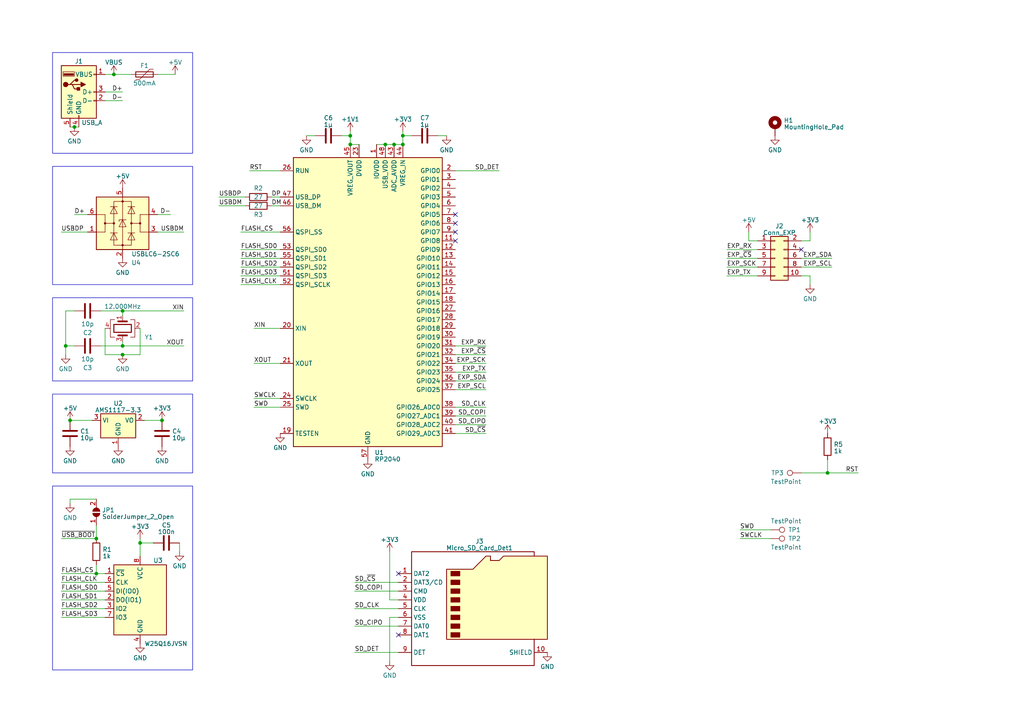
<source format=kicad_sch>
(kicad_sch (version 20230121) (generator eeschema)
  (paper "A4")
  (lib_symbols
    (symbol "Connector:Micro_SD_Card_Det1"
      (property "Reference" "J" (at -16.51 17.78 0))
      (property "Value" "Micro_SD_Card_Det1" (at 16.51 17.78 0))
      (symbol "Micro_SD_Card_Det1_0_1"
        (rectangle (start -7.62 -6.985) (end -5.08 -8.255) (stroke (width 0.254)) (fill (type outline)))
        (rectangle (start -7.62 -4.445) (end -5.08 -5.715) (stroke (width 0.254)) (fill (type outline)))
        (rectangle (start -7.62 -1.905) (end -5.08 -3.175) (stroke (width 0.254)) (fill (type outline)))
        (rectangle (start -7.62 0.635) (end -5.08 -0.635) (stroke (width 0.254)) (fill (type outline)))
        (rectangle (start -7.62 3.175) (end -5.08 1.905) (stroke (width 0.254)) (fill (type outline)))
        (rectangle (start -7.62 5.715) (end -5.08 4.445) (stroke (width 0.254)) (fill (type outline)))
        (rectangle (start -7.62 8.255) (end -5.08 6.985) (stroke (width 0.254)) (fill (type outline)))
        (rectangle (start -7.62 10.795) (end -5.08 9.525) (stroke (width 0.254)) (fill (type outline)))
        (polyline (pts (xy 16.51 15.24) (xy 16.51 16.51) (xy -19.05 16.51) (xy -19.05 -16.51) (xy 16.51 -16.51) (xy 16.51 -8.89)) (stroke (width 0.254)))
        (polyline (pts (xy -8.89 -8.89) (xy -8.89 11.43) (xy -1.27 11.43) (xy 2.54 15.24) (xy 3.81 15.24) (xy 3.81 13.97) (xy 6.35 13.97) (xy 7.62 15.24) (xy 20.32 15.24) (xy 20.32 -8.89) (xy -8.89 -8.89)) (stroke (width 0.254)) (fill (type background)))
      )
      (symbol "Micro_SD_Card_Det1_1_1"
        (pin bidirectional line (at -22.86 10.16 0) (length 3.81) (name "DAT2") (number "1"))
        (pin passive line (at 20.32 -12.7 180) (length 3.81) (name "SHIELD") (number "10"))
        (pin bidirectional line (at -22.86 7.62 0) (length 3.81) (name "DAT3/CD") (number "2"))
        (pin input line (at -22.86 5.08 0) (length 3.81) (name "CMD") (number "3"))
        (pin power_in line (at -22.86 2.54 0) (length 3.81) (name "VDD") (number "4"))
        (pin input line (at -22.86 0 0) (length 3.81) (name "CLK") (number "5"))
        (pin power_in line (at -22.86 -2.54 0) (length 3.81) (name "VSS") (number "6"))
        (pin bidirectional line (at -22.86 -5.08 0) (length 3.81) (name "DAT0") (number "7"))
        (pin bidirectional line (at -22.86 -7.62 0) (length 3.81) (name "DAT1") (number "8"))
        (pin passive line (at -22.86 -12.7 0) (length 3.81) (name "DET") (number "9"))
      )
    )
    (symbol "Connector:TestPoint" (pin_numbers hide) (pin_names (offset 0.762) hide)
      (property "Reference" "TP" (at 0 6.858 0))
      (property "Value" "TestPoint" (at 0 5.08 0))
      (symbol "TestPoint_0_1"
        (circle (center 0 3.302) (radius 0.762))
      )
      (symbol "TestPoint_1_1"
        (pin passive line (at 0 0 90) (length 2.54) (name "1") (number "1"))
      )
    )
    (symbol "Connector:USB_A" (pin_names (offset 1.016))
      (property "Reference" "J" (at -5.08 11.43 0))
      (property "Value" "USB_A" (at -5.08 8.89 0))
      (symbol "USB_A_0_1"
        (rectangle (start -5.08 -7.62) (end 5.08 7.62) (stroke (width 0.254)) (fill (type background)))
        (circle (center -3.81 2.159) (radius 0.635) (stroke (width 0.254)) (fill (type outline)))
        (rectangle (start -1.524 4.826) (end -4.318 5.334) (fill (type outline)))
        (rectangle (start -1.27 4.572) (end -4.572 5.842))
        (circle (center -0.635 3.429) (radius 0.381) (stroke (width 0.254)) (fill (type outline)))
        (rectangle (start -0.127 -7.62) (end 0.127 -6.858))
        (polyline (pts (xy -3.175 2.159) (xy -2.54 2.159) (xy -1.27 3.429) (xy -0.635 3.429)) (stroke (width 0.254)))
        (polyline (pts (xy -2.54 2.159) (xy -1.905 2.159) (xy -1.27 0.889) (xy 0 0.889)) (stroke (width 0.254)))
        (polyline (pts (xy 0.635 2.794) (xy 0.635 1.524) (xy 1.905 2.159) (xy 0.635 2.794)) (stroke (width 0.254)) (fill (type outline)))
        (rectangle (start 0.254 1.27) (end -0.508 0.508) (stroke (width 0.254)) (fill (type outline)))
        (rectangle (start 5.08 -2.667) (end 4.318 -2.413))
        (rectangle (start 5.08 -0.127) (end 4.318 0.127))
        (rectangle (start 5.08 4.953) (end 4.318 5.207))
      )
      (symbol "USB_A_1_1"
        (polyline (pts (xy -1.905 2.159) (xy 0.635 2.159)) (stroke (width 0.254)))
        (pin power_in line (at 7.62 5.08 180) (length 2.54) (name "VBUS") (number "1"))
        (pin bidirectional line (at 7.62 -2.54 180) (length 2.54) (name "D-") (number "2"))
        (pin bidirectional line (at 7.62 0 180) (length 2.54) (name "D+") (number "3"))
        (pin power_in line (at 0 -10.16 90) (length 2.54) (name "GND") (number "4"))
        (pin passive line (at -2.54 -10.16 90) (length 2.54) (name "Shield") (number "5"))
      )
    )
    (symbol "Connector_Generic:Conn_02x05_Odd_Even" (pin_names (offset 1.016) hide)
      (property "Reference" "J" (at 1.27 7.62 0))
      (property "Value" "Conn_02x05_Odd_Even" (at 1.27 -7.62 0))
      (symbol "Conn_02x05_Odd_Even_1_1"
        (rectangle (start -1.27 -4.953) (end 0 -5.207) (stroke (width 0.1524)))
        (rectangle (start -1.27 -2.413) (end 0 -2.667) (stroke (width 0.1524)))
        (rectangle (start -1.27 0.127) (end 0 -0.127) (stroke (width 0.1524)))
        (rectangle (start -1.27 2.667) (end 0 2.413) (stroke (width 0.1524)))
        (rectangle (start -1.27 5.207) (end 0 4.953) (stroke (width 0.1524)))
        (rectangle (start -1.27 6.35) (end 3.81 -6.35) (stroke (width 0.254)) (fill (type background)))
        (rectangle (start 3.81 -4.953) (end 2.54 -5.207) (stroke (width 0.1524)))
        (rectangle (start 3.81 -2.413) (end 2.54 -2.667) (stroke (width 0.1524)))
        (rectangle (start 3.81 0.127) (end 2.54 -0.127) (stroke (width 0.1524)))
        (rectangle (start 3.81 2.667) (end 2.54 2.413) (stroke (width 0.1524)))
        (rectangle (start 3.81 5.207) (end 2.54 4.953) (stroke (width 0.1524)))
        (pin passive line (at -5.08 5.08 0) (length 3.81) (name "Pin_1") (number "1"))
        (pin passive line (at 7.62 -5.08 180) (length 3.81) (name "Pin_10") (number "10"))
        (pin passive line (at 7.62 5.08 180) (length 3.81) (name "Pin_2") (number "2"))
        (pin passive line (at -5.08 2.54 0) (length 3.81) (name "Pin_3") (number "3"))
        (pin passive line (at 7.62 2.54 180) (length 3.81) (name "Pin_4") (number "4"))
        (pin passive line (at -5.08 0 0) (length 3.81) (name "Pin_5") (number "5"))
        (pin passive line (at 7.62 0 180) (length 3.81) (name "Pin_6") (number "6"))
        (pin passive line (at -5.08 -2.54 0) (length 3.81) (name "Pin_7") (number "7"))
        (pin passive line (at 7.62 -2.54 180) (length 3.81) (name "Pin_8") (number "8"))
        (pin passive line (at -5.08 -5.08 0) (length 3.81) (name "Pin_9") (number "9"))
      )
    )
    (symbol "Device:C" (pin_numbers hide) (pin_names (offset 0.254))
      (property "Reference" "C" (at 0.635 2.54 0))
      (property "Value" "C" (at 0.635 -2.54 0))
      (symbol "C_0_1"
        (polyline (pts (xy -2.032 -0.762) (xy 2.032 -0.762)) (stroke (width 0.508)))
        (polyline (pts (xy -2.032 0.762) (xy 2.032 0.762)) (stroke (width 0.508)))
      )
      (symbol "C_1_1"
        (pin passive line (at 0 3.81 270) (length 2.794) (name "~") (number "1"))
        (pin passive line (at 0 -3.81 90) (length 2.794) (name "~") (number "2"))
      )
    )
    (symbol "Device:Crystal_GND24" (pin_names (offset 1.016) hide)
      (property "Reference" "Y" (at 3.175 5.08 0))
      (property "Value" "Crystal_GND24" (at 3.175 3.175 0))
      (symbol "Crystal_GND24_0_1"
        (rectangle (start -1.143 2.54) (end 1.143 -2.54) (stroke (width 0.3048)))
        (polyline (pts (xy -2.54 0) (xy -2.032 0)))
        (polyline (pts (xy -2.032 -1.27) (xy -2.032 1.27)) (stroke (width 0.508)))
        (polyline (pts (xy 0 -3.81) (xy 0 -3.556)))
        (polyline (pts (xy 0 3.556) (xy 0 3.81)))
        (polyline (pts (xy 2.032 -1.27) (xy 2.032 1.27)) (stroke (width 0.508)))
        (polyline (pts (xy 2.032 0) (xy 2.54 0)))
        (polyline (pts (xy -2.54 -2.286) (xy -2.54 -3.556) (xy 2.54 -3.556) (xy 2.54 -2.286)))
        (polyline (pts (xy -2.54 2.286) (xy -2.54 3.556) (xy 2.54 3.556) (xy 2.54 2.286)))
      )
      (symbol "Crystal_GND24_1_1"
        (pin passive line (at -3.81 0 0) (length 1.27) (name "1") (number "1"))
        (pin passive line (at 0 5.08 270) (length 1.27) (name "2") (number "2"))
        (pin passive line (at 3.81 0 180) (length 1.27) (name "3") (number "3"))
        (pin passive line (at 0 -5.08 90) (length 1.27) (name "4") (number "4"))
      )
    )
    (symbol "Device:Polyfuse" (pin_numbers hide) (pin_names (offset 0))
      (property "Reference" "F" (at -2.54 0 90))
      (property "Value" "Polyfuse" (at 2.54 0 90))
      (symbol "Polyfuse_0_1"
        (rectangle (start -0.762 2.54) (end 0.762 -2.54) (stroke (width 0.254)))
        (polyline (pts (xy 0 2.54) (xy 0 -2.54)))
        (polyline (pts (xy -1.524 2.54) (xy -1.524 1.524) (xy 1.524 -1.524) (xy 1.524 -2.54)))
      )
      (symbol "Polyfuse_1_1"
        (pin passive line (at 0 3.81 270) (length 1.27) (name "~") (number "1"))
        (pin passive line (at 0 -3.81 90) (length 1.27) (name "~") (number "2"))
      )
    )
    (symbol "Device:R" (pin_numbers hide) (pin_names (offset 0))
      (property "Reference" "R" (at 2.032 0 90))
      (property "Value" "R" (at 0 0 90))
      (symbol "R_0_1"
        (rectangle (start -1.016 -2.54) (end 1.016 2.54) (stroke (width 0.254)))
      )
      (symbol "R_1_1"
        (pin passive line (at 0 3.81 270) (length 1.27) (name "~") (number "1"))
        (pin passive line (at 0 -3.81 90) (length 1.27) (name "~") (number "2"))
      )
    )
    (symbol "Jumper:SolderJumper_2_Open" (pin_names (offset 0) hide)
      (property "Reference" "JP" (at 0 2.032 0))
      (property "Value" "SolderJumper_2_Open" (at 0 -2.54 0))
      (symbol "SolderJumper_2_Open_0_1"
        (arc (start -0.254 1.016) (mid -1.2656 0) (end -0.254 -1.016))
        (arc (start -0.254 1.016) (mid -1.2656 0) (end -0.254 -1.016) (fill (type outline)))
        (polyline (pts (xy -0.254 1.016) (xy -0.254 -1.016)))
        (polyline (pts (xy 0.254 1.016) (xy 0.254 -1.016)))
        (arc (start 0.254 -1.016) (mid 1.2656 0) (end 0.254 1.016))
        (arc (start 0.254 -1.016) (mid 1.2656 0) (end 0.254 1.016) (fill (type outline)))
      )
      (symbol "SolderJumper_2_Open_1_1"
        (pin passive line (at -3.81 0 0) (length 2.54) (name "A") (number "1"))
        (pin passive line (at 3.81 0 180) (length 2.54) (name "B") (number "2"))
      )
    )
    (symbol "MCU_RaspberryPi:RP2040"
      (property "Reference" "U" (at 17.78 45.72 0))
      (property "Value" "RP2040" (at 17.78 43.18 0))
      (symbol "RP2040_0_1"
        (rectangle (start -21.59 41.91) (end 21.59 -41.91) (stroke (width 0.254)) (fill (type background)))
      )
      (symbol "RP2040_1_1"
        (pin power_in line (at 2.54 45.72 270) (length 3.81) (name "IOVDD") (number "1"))
        (pin passive line (at 2.54 45.72 270) (length 3.81) hide (name "IOVDD") (number "10"))
        (pin bidirectional line (at 25.4 17.78 180) (length 3.81) (name "GPIO8") (number "11"))
        (pin bidirectional line (at 25.4 15.24 180) (length 3.81) (name "GPIO9") (number "12"))
        (pin bidirectional line (at 25.4 12.7 180) (length 3.81) (name "GPIO10") (number "13"))
        (pin bidirectional line (at 25.4 10.16 180) (length 3.81) (name "GPIO11") (number "14"))
        (pin bidirectional line (at 25.4 7.62 180) (length 3.81) (name "GPIO12") (number "15"))
        (pin bidirectional line (at 25.4 5.08 180) (length 3.81) (name "GPIO13") (number "16"))
        (pin bidirectional line (at 25.4 2.54 180) (length 3.81) (name "GPIO14") (number "17"))
        (pin bidirectional line (at 25.4 0 180) (length 3.81) (name "GPIO15") (number "18"))
        (pin input line (at -25.4 -38.1 0) (length 3.81) (name "TESTEN") (number "19"))
        (pin bidirectional line (at 25.4 38.1 180) (length 3.81) (name "GPIO0") (number "2"))
        (pin input line (at -25.4 -7.62 0) (length 3.81) (name "XIN") (number "20"))
        (pin passive line (at -25.4 -17.78 0) (length 3.81) (name "XOUT") (number "21"))
        (pin passive line (at 2.54 45.72 270) (length 3.81) hide (name "IOVDD") (number "22"))
        (pin power_in line (at -2.54 45.72 270) (length 3.81) (name "DVDD") (number "23"))
        (pin input line (at -25.4 -27.94 0) (length 3.81) (name "SWCLK") (number "24"))
        (pin bidirectional line (at -25.4 -30.48 0) (length 3.81) (name "SWD") (number "25"))
        (pin input line (at -25.4 38.1 0) (length 3.81) (name "RUN") (number "26"))
        (pin bidirectional line (at 25.4 -2.54 180) (length 3.81) (name "GPIO16") (number "27"))
        (pin bidirectional line (at 25.4 -5.08 180) (length 3.81) (name "GPIO17") (number "28"))
        (pin bidirectional line (at 25.4 -7.62 180) (length 3.81) (name "GPIO18") (number "29"))
        (pin bidirectional line (at 25.4 35.56 180) (length 3.81) (name "GPIO1") (number "3"))
        (pin bidirectional line (at 25.4 -10.16 180) (length 3.81) (name "GPIO19") (number "30"))
        (pin bidirectional line (at 25.4 -12.7 180) (length 3.81) (name "GPIO20") (number "31"))
        (pin bidirectional line (at 25.4 -15.24 180) (length 3.81) (name "GPIO21") (number "32"))
        (pin passive line (at 2.54 45.72 270) (length 3.81) hide (name "IOVDD") (number "33"))
        (pin bidirectional line (at 25.4 -17.78 180) (length 3.81) (name "GPIO22") (number "34"))
        (pin bidirectional line (at 25.4 -20.32 180) (length 3.81) (name "GPIO23") (number "35"))
        (pin bidirectional line (at 25.4 -22.86 180) (length 3.81) (name "GPIO24") (number "36"))
        (pin bidirectional line (at 25.4 -25.4 180) (length 3.81) (name "GPIO25") (number "37"))
        (pin bidirectional line (at 25.4 -30.48 180) (length 3.81) (name "GPIO26_ADC0") (number "38"))
        (pin bidirectional line (at 25.4 -33.02 180) (length 3.81) (name "GPIO27_ADC1") (number "39"))
        (pin bidirectional line (at 25.4 33.02 180) (length 3.81) (name "GPIO2") (number "4"))
        (pin bidirectional line (at 25.4 -35.56 180) (length 3.81) (name "GPIO28_ADC2") (number "40"))
        (pin bidirectional line (at 25.4 -38.1 180) (length 3.81) (name "GPIO29_ADC3") (number "41"))
        (pin passive line (at 2.54 45.72 270) (length 3.81) hide (name "IOVDD") (number "42"))
        (pin power_in line (at 7.62 45.72 270) (length 3.81) (name "ADC_AVDD") (number "43"))
        (pin power_in line (at 10.16 45.72 270) (length 3.81) (name "VREG_IN") (number "44"))
        (pin power_out line (at -5.08 45.72 270) (length 3.81) (name "VREG_VOUT") (number "45"))
        (pin bidirectional line (at -25.4 27.94 0) (length 3.81) (name "USB_DM") (number "46"))
        (pin bidirectional line (at -25.4 30.48 0) (length 3.81) (name "USB_DP") (number "47"))
        (pin power_in line (at 5.08 45.72 270) (length 3.81) (name "USB_VDD") (number "48"))
        (pin passive line (at 2.54 45.72 270) (length 3.81) hide (name "IOVDD") (number "49"))
        (pin bidirectional line (at 25.4 30.48 180) (length 3.81) (name "GPIO3") (number "5"))
        (pin passive line (at -2.54 45.72 270) (length 3.81) hide (name "DVDD") (number "50"))
        (pin bidirectional line (at -25.4 7.62 0) (length 3.81) (name "QSPI_SD3") (number "51"))
        (pin output line (at -25.4 5.08 0) (length 3.81) (name "QSPI_SCLK") (number "52"))
        (pin bidirectional line (at -25.4 15.24 0) (length 3.81) (name "QSPI_SD0") (number "53"))
        (pin bidirectional line (at -25.4 10.16 0) (length 3.81) (name "QSPI_SD2") (number "54"))
        (pin bidirectional line (at -25.4 12.7 0) (length 3.81) (name "QSPI_SD1") (number "55"))
        (pin bidirectional line (at -25.4 20.32 0) (length 3.81) (name "QSPI_SS") (number "56"))
        (pin power_in line (at 0 -45.72 90) (length 3.81) (name "GND") (number "57"))
        (pin bidirectional line (at 25.4 27.94 180) (length 3.81) (name "GPIO4") (number "6"))
        (pin bidirectional line (at 25.4 25.4 180) (length 3.81) (name "GPIO5") (number "7"))
        (pin bidirectional line (at 25.4 22.86 180) (length 3.81) (name "GPIO6") (number "8"))
        (pin bidirectional line (at 25.4 20.32 180) (length 3.81) (name "GPIO7") (number "9"))
      )
    )
    (symbol "Mechanical:MountingHole_Pad" (pin_numbers hide) (pin_names (offset 1.016) hide)
      (property "Reference" "H" (at 0 6.35 0))
      (property "Value" "MountingHole_Pad" (at 0 4.445 0))
      (symbol "MountingHole_Pad_0_1"
        (circle (center 0 1.27) (radius 1.27) (stroke (width 1.27)))
      )
      (symbol "MountingHole_Pad_1_1"
        (pin input line (at 0 -2.54 90) (length 2.54) (name "1") (number "1"))
      )
    )
    (symbol "Memory_Flash:W25Q32JVSS"
      (property "Reference" "U" (at -6.35 11.43 0))
      (property "Value" "W25Q32JVSS" (at 7.62 11.43 0))
      (symbol "W25Q32JVSS_0_1"
        (rectangle (start -7.62 10.16) (end 7.62 -10.16) (stroke (width 0.254)) (fill (type background)))
      )
      (symbol "W25Q32JVSS_1_1"
        (pin input line (at -10.16 7.62 0) (length 2.54) (name "~{CS}") (number "1"))
        (pin bidirectional line (at -10.16 0 0) (length 2.54) (name "DO(IO1)") (number "2"))
        (pin bidirectional line (at -10.16 -2.54 0) (length 2.54) (name "IO2") (number "3"))
        (pin power_in line (at 0 -12.7 90) (length 2.54) (name "GND") (number "4"))
        (pin bidirectional line (at -10.16 2.54 0) (length 2.54) (name "DI(IO0)") (number "5"))
        (pin input line (at -10.16 5.08 0) (length 2.54) (name "CLK") (number "6"))
        (pin bidirectional line (at -10.16 -5.08 0) (length 2.54) (name "IO3") (number "7"))
        (pin power_in line (at 0 12.7 270) (length 2.54) (name "VCC") (number "8"))
      )
    )
    (symbol "Power_Protection:USBLC6-2SC6" (pin_names hide)
      (property "Reference" "U" (at 2.54 8.89 0))
      (property "Value" "USBLC6-2SC6" (at 2.54 -8.89 0))
      (symbol "USBLC6-2SC6_0_1"
        (rectangle (start -7.62 -7.62) (end 7.62 7.62) (stroke (width 0.254)) (fill (type background)))
        (circle (center -5.08 0) (radius 0.254) (fill (type outline)))
        (circle (center -2.54 0) (radius 0.254) (fill (type outline)))
        (rectangle (start -2.54 6.35) (end 2.54 -6.35))
        (circle (center 0 -6.35) (radius 0.254) (fill (type outline)))
        (polyline (pts (xy -5.08 -2.54) (xy -7.62 -2.54)))
        (polyline (pts (xy -5.08 0) (xy -5.08 -2.54)))
        (polyline (pts (xy -5.08 2.54) (xy -7.62 2.54)))
        (polyline (pts (xy -1.524 -2.794) (xy -3.556 -2.794)))
        (polyline (pts (xy -1.524 4.826) (xy -3.556 4.826)))
        (polyline (pts (xy 0 -7.62) (xy 0 -6.35)))
        (polyline (pts (xy 0 -6.35) (xy 0 1.27)))
        (polyline (pts (xy 0 1.27) (xy 0 6.35)))
        (polyline (pts (xy 0 6.35) (xy 0 7.62)))
        (polyline (pts (xy 1.524 -2.794) (xy 3.556 -2.794)))
        (polyline (pts (xy 1.524 4.826) (xy 3.556 4.826)))
        (polyline (pts (xy 5.08 -2.54) (xy 7.62 -2.54)))
        (polyline (pts (xy 5.08 0) (xy 5.08 -2.54)))
        (polyline (pts (xy 5.08 2.54) (xy 7.62 2.54)))
        (polyline (pts (xy -2.54 0) (xy -5.08 0) (xy -5.08 2.54)))
        (polyline (pts (xy 2.54 0) (xy 5.08 0) (xy 5.08 2.54)))
        (polyline (pts (xy -3.556 -4.826) (xy -1.524 -4.826) (xy -2.54 -2.794) (xy -3.556 -4.826)))
        (polyline (pts (xy -3.556 2.794) (xy -1.524 2.794) (xy -2.54 4.826) (xy -3.556 2.794)))
        (polyline (pts (xy -1.016 -1.016) (xy 1.016 -1.016) (xy 0 1.016) (xy -1.016 -1.016)))
        (polyline (pts (xy 1.016 1.016) (xy 0.762 1.016) (xy -1.016 1.016) (xy -1.016 0.508)))
        (polyline (pts (xy 3.556 -4.826) (xy 1.524 -4.826) (xy 2.54 -2.794) (xy 3.556 -4.826)))
        (polyline (pts (xy 3.556 2.794) (xy 1.524 2.794) (xy 2.54 4.826) (xy 3.556 2.794)))
        (circle (center 0 6.35) (radius 0.254) (fill (type outline)))
        (circle (center 2.54 0) (radius 0.254) (fill (type outline)))
        (circle (center 5.08 0) (radius 0.254) (fill (type outline)))
      )
      (symbol "USBLC6-2SC6_1_1"
        (pin passive line (at -10.16 -2.54 0) (length 2.54) (name "I/O1") (number "1"))
        (pin passive line (at 0 -10.16 90) (length 2.54) (name "GND") (number "2"))
        (pin passive line (at 10.16 -2.54 180) (length 2.54) (name "I/O2") (number "3"))
        (pin passive line (at 10.16 2.54 180) (length 2.54) (name "I/O2") (number "4"))
        (pin passive line (at 0 10.16 270) (length 2.54) (name "VBUS") (number "5"))
        (pin passive line (at -10.16 2.54 0) (length 2.54) (name "I/O1") (number "6"))
      )
    )
    (symbol "Regulator_Linear:AMS1117-3.3"
      (property "Reference" "U" (at -3.81 3.175 0))
      (property "Value" "AMS1117-3.3" (at 0 3.175 0))
      (symbol "AMS1117-3.3_0_1"
        (rectangle (start -5.08 -5.08) (end 5.08 1.905) (stroke (width 0.254)) (fill (type background)))
      )
      (symbol "AMS1117-3.3_1_1"
        (pin power_in line (at 0 -7.62 90) (length 2.54) (name "GND") (number "1"))
        (pin power_out line (at 7.62 0 180) (length 2.54) (name "VO") (number "2"))
        (pin power_in line (at -7.62 0 0) (length 2.54) (name "VI") (number "3"))
      )
    )
    (symbol "power:+1V1" (power) (pin_names (offset 0))
      (property "Value" "+1V1" (at 0 3.556 0))
      (symbol "+1V1_0_1"
        (polyline (pts (xy -0.762 1.27) (xy 0 2.54)))
        (polyline (pts (xy 0 0) (xy 0 2.54)))
        (polyline (pts (xy 0 2.54) (xy 0.762 1.27)))
      )
      (symbol "+1V1_1_1"
        (pin power_in line (at 0 0 90) (length 0) hide (name "+1V1") (number "1"))
      )
    )
    (symbol "power:+3V3" (power) (pin_names (offset 0))
      (property "Value" "+3V3" (at 0 3.556 0))
      (symbol "+3V3_0_1"
        (polyline (pts (xy -0.762 1.27) (xy 0 2.54)))
        (polyline (pts (xy 0 0) (xy 0 2.54)))
        (polyline (pts (xy 0 2.54) (xy 0.762 1.27)))
      )
      (symbol "+3V3_1_1"
        (pin power_in line (at 0 0 90) (length 0) hide (name "+3V3") (number "1"))
      )
    )
    (symbol "power:+5V" (power) (pin_names (offset 0))
      (property "Value" "+5V" (at 0 3.556 0))
      (symbol "+5V_0_1"
        (polyline (pts (xy -0.762 1.27) (xy 0 2.54)))
        (polyline (pts (xy 0 0) (xy 0 2.54)))
        (polyline (pts (xy 0 2.54) (xy 0.762 1.27)))
      )
      (symbol "+5V_1_1"
        (pin power_in line (at 0 0 90) (length 0) hide (name "+5V") (number "1"))
      )
    )
    (symbol "power:GND" (power) (pin_names (offset 0))
      (property "Value" "GND" (at 0 -3.81 0))
      (symbol "GND_0_1"
        (polyline (pts (xy 0 0) (xy 0 -1.27) (xy 1.27 -1.27) (xy 0 -2.54) (xy -1.27 -1.27) (xy 0 -1.27)))
      )
      (symbol "GND_1_1"
        (pin power_in line (at 0 0 270) (length 0) hide (name "GND") (number "1"))
      )
    )
    (symbol "power:VBUS" (power) (pin_names (offset 0))
      (property "Value" "VBUS" (at 0 3.81 0))
      (symbol "VBUS_0_1"
        (polyline (pts (xy -0.762 1.27) (xy 0 2.54)))
        (polyline (pts (xy 0 0) (xy 0 2.54)))
        (polyline (pts (xy 0 2.54) (xy 0.762 1.27)))
      )
      (symbol "VBUS_1_1"
        (pin power_in line (at 0 0 90) (length 0) hide (name "VBUS") (number "1"))
      )
    )
  )
  (junction (at 35.56 100.33))
  (junction (at 46.99 121.92))
  (junction (at 20.32 121.92))
  (junction (at 101.6 41.91))
  (junction (at 19.05 100.33))
  (junction (at 27.94 166.37))
  (junction (at 116.84 39.37))
  (junction (at 240.03 137.16))
  (junction (at 35.56 102.87))
  (junction (at 27.94 156.21))
  (junction (at 111.76 41.91))
  (junction (at 101.6 39.37))
  (junction (at 40.64 157.48))
  (junction (at 116.84 41.91))
  (junction (at 35.56 90.17))
  (junction (at 21.59 36.83))
  (junction (at 33.02 21.59))
  (junction (at 114.3 41.91))
  (no_connect (at 132.08 69.85))
  (no_connect (at 132.08 64.77))
  (no_connect (at 115.57 166.37))
  (no_connect (at 132.08 62.23))
  (no_connect (at 232.41 72.39))
  (no_connect (at 115.57 184.15))
  (no_connect (at 132.08 67.31))
  (wire (pts (xy 78.74 59.69) (xy 81.28 59.69)))
  (wire (pts (xy 132.08 110.49) (xy 140.97 110.49)))
  (wire (pts (xy 27.94 166.37) (xy 30.48 166.37)))
  (wire (pts (xy 223.52 156.21) (xy 214.63 156.21)))
  (wire (pts (xy 35.56 100.33) (xy 53.34 100.33)))
  (wire (pts (xy 17.78 156.21) (xy 27.94 156.21)))
  (wire (pts (xy 40.64 157.48) (xy 44.45 157.48)))
  (wire (pts (xy 113.03 179.07) (xy 113.03 191.77)))
  (wire (pts (xy 132.08 123.19) (xy 140.97 123.19)))
  (wire (pts (xy 234.95 80.01) (xy 232.41 80.01)))
  (wire (pts (xy 45.72 62.23) (xy 49.53 62.23)))
  (wire (pts (xy 116.84 38.1) (xy 116.84 39.37)))
  (wire (pts (xy 69.85 80.01) (xy 81.28 80.01)))
  (wire (pts (xy 132.08 125.73) (xy 140.97 125.73)))
  (wire (pts (xy 132.08 120.65) (xy 140.97 120.65)))
  (wire (pts (xy 35.56 90.17) (xy 35.56 91.44)))
  (wire (pts (xy 17.78 67.31) (xy 25.4 67.31)))
  (wire (pts (xy 19.05 100.33) (xy 21.59 100.33)))
  (wire (pts (xy 30.48 21.59) (xy 33.02 21.59)))
  (wire (pts (xy 102.87 168.91) (xy 115.57 168.91)))
  (wire (pts (xy 35.56 99.06) (xy 35.56 100.33)))
  (wire (pts (xy 35.56 90.17) (xy 53.34 90.17)))
  (wire (pts (xy 240.03 133.35) (xy 240.03 137.16)))
  (wire (pts (xy 72.39 49.53) (xy 81.28 49.53)))
  (wire (pts (xy 132.08 100.33) (xy 140.97 100.33)))
  (wire (pts (xy 102.87 181.61) (xy 115.57 181.61)))
  (wire (pts (xy 19.05 102.87) (xy 19.05 100.33)))
  (wire (pts (xy 115.57 173.99) (xy 113.03 173.99)))
  (wire (pts (xy 41.91 121.92) (xy 46.99 121.92)))
  (wire (pts (xy 111.76 41.91) (xy 114.3 41.91)))
  (wire (pts (xy 73.66 95.25) (xy 81.28 95.25)))
  (wire (pts (xy 30.48 29.21) (xy 35.56 29.21)))
  (wire (pts (xy 30.48 95.25) (xy 30.48 102.87)))
  (wire (pts (xy 219.71 77.47) (xy 210.82 77.47)))
  (wire (pts (xy 21.59 62.23) (xy 25.4 62.23)))
  (wire (pts (xy 20.32 121.92) (xy 26.67 121.92)))
  (wire (pts (xy 27.94 163.83) (xy 27.94 166.37)))
  (wire (pts (xy 40.64 156.21) (xy 40.64 157.48)))
  (wire (pts (xy 116.84 39.37) (xy 116.84 41.91)))
  (wire (pts (xy 101.6 38.1) (xy 101.6 39.37)))
  (wire (pts (xy 33.02 21.59) (xy 38.1 21.59)))
  (wire (pts (xy 69.85 72.39) (xy 81.28 72.39)))
  (wire (pts (xy 113.03 160.02) (xy 113.03 173.99)))
  (wire (pts (xy 102.87 189.23) (xy 115.57 189.23)))
  (wire (pts (xy 217.17 67.31) (xy 217.17 69.85)))
  (wire (pts (xy 52.07 157.48) (xy 52.07 160.02)))
  (wire (pts (xy 132.08 107.95) (xy 140.97 107.95)))
  (wire (pts (xy 29.21 100.33) (xy 35.56 100.33)))
  (wire (pts (xy 217.17 69.85) (xy 219.71 69.85)))
  (wire (pts (xy 17.78 179.07) (xy 30.48 179.07)))
  (wire (pts (xy 73.66 118.11) (xy 81.28 118.11)))
  (wire (pts (xy 63.5 59.69) (xy 71.12 59.69)))
  (wire (pts (xy 69.85 77.47) (xy 81.28 77.47)))
  (wire (pts (xy 17.78 171.45) (xy 30.48 171.45)))
  (wire (pts (xy 78.74 57.15) (xy 81.28 57.15)))
  (wire (pts (xy 63.5 57.15) (xy 71.12 57.15)))
  (wire (pts (xy 69.85 82.55) (xy 81.28 82.55)))
  (wire (pts (xy 219.71 74.93) (xy 210.82 74.93)))
  (wire (pts (xy 234.95 82.55) (xy 234.95 80.01)))
  (wire (pts (xy 73.66 115.57) (xy 81.28 115.57)))
  (wire (pts (xy 115.57 179.07) (xy 113.03 179.07)))
  (wire (pts (xy 232.41 74.93) (xy 241.3 74.93)))
  (wire (pts (xy 29.21 90.17) (xy 35.56 90.17)))
  (wire (pts (xy 20.32 144.78) (xy 20.32 146.05)))
  (wire (pts (xy 40.64 157.48) (xy 40.64 161.29)))
  (wire (pts (xy 30.48 26.67) (xy 35.56 26.67)))
  (wire (pts (xy 17.78 166.37) (xy 27.94 166.37)))
  (wire (pts (xy 232.41 77.47) (xy 241.3 77.47)))
  (wire (pts (xy 101.6 39.37) (xy 101.6 41.91)))
  (wire (pts (xy 35.56 102.87) (xy 40.64 102.87)))
  (wire (pts (xy 144.78 49.53) (xy 132.08 49.53)))
  (wire (pts (xy 214.63 153.67) (xy 223.52 153.67)))
  (wire (pts (xy 132.08 118.11) (xy 140.97 118.11)))
  (wire (pts (xy 109.22 41.91) (xy 111.76 41.91)))
  (wire (pts (xy 17.78 168.91) (xy 30.48 168.91)))
  (wire (pts (xy 27.94 144.78) (xy 20.32 144.78)))
  (wire (pts (xy 232.41 69.85) (xy 234.95 69.85)))
  (wire (pts (xy 219.71 72.39) (xy 210.82 72.39)))
  (wire (pts (xy 102.87 171.45) (xy 115.57 171.45)))
  (wire (pts (xy 40.64 102.87) (xy 40.64 95.25)))
  (wire (pts (xy 19.05 90.17) (xy 21.59 90.17)))
  (wire (pts (xy 69.85 74.93) (xy 81.28 74.93)))
  (wire (pts (xy 132.08 105.41) (xy 140.97 105.41)))
  (wire (pts (xy 88.9 39.37) (xy 91.44 39.37)))
  (wire (pts (xy 17.78 176.53) (xy 30.48 176.53)))
  (wire (pts (xy 234.95 67.31) (xy 234.95 69.85)))
  (wire (pts (xy 102.87 176.53) (xy 115.57 176.53)))
  (wire (pts (xy 27.94 152.4) (xy 27.94 156.21)))
  (wire (pts (xy 17.78 173.99) (xy 30.48 173.99)))
  (wire (pts (xy 21.59 36.83) (xy 22.86 36.83)))
  (wire (pts (xy 114.3 41.91) (xy 116.84 41.91)))
  (wire (pts (xy 45.72 21.59) (xy 50.8 21.59)))
  (wire (pts (xy 132.08 102.87) (xy 140.97 102.87)))
  (wire (pts (xy 19.05 90.17) (xy 19.05 100.33)))
  (wire (pts (xy 116.84 39.37) (xy 119.38 39.37)))
  (wire (pts (xy 101.6 41.91) (xy 104.14 41.91)))
  (wire (pts (xy 73.66 105.41) (xy 81.28 105.41)))
  (wire (pts (xy 127 39.37) (xy 129.54 39.37)))
  (wire (pts (xy 240.03 137.16) (xy 248.92 137.16)))
  (wire (pts (xy 20.32 36.83) (xy 21.59 36.83)))
  (wire (pts (xy 219.71 80.01) (xy 210.82 80.01)))
  (wire (pts (xy 232.41 137.16) (xy 240.03 137.16)))
  (wire (pts (xy 45.72 67.31) (xy 53.34 67.31)))
  (wire (pts (xy 99.06 39.37) (xy 101.6 39.37)))
  (wire (pts (xy 69.85 67.31) (xy 81.28 67.31)))
  (wire (pts (xy 132.08 113.03) (xy 140.97 113.03)))
  (wire (pts (xy 30.48 102.87) (xy 35.56 102.87)))
  (rectangle (start 15.24 114.3) (end 55.88 137.16))
  (rectangle (start 15.24 48.26) (end 55.88 82.55))
  (rectangle (start 15.24 86.36) (end 55.88 110.49))
  (rectangle (start 15.24 15.24) (end 55.88 44.45))
  (rectangle (start 15.24 140.97) (end 55.88 194.31))
  (label "SD_COPI" (at 140.97 120.65 180))
  (label "EXP_SDA" (at 241.3 74.93 180))
  (label "FLASH_SD3" (at 17.78 179.07 0))
  (label "FLASH_CS" (at 17.78 166.37 0))
  (label "XOUT" (at 73.66 105.41 0))
  (label "EXP_~{CS}" (at 210.82 74.93 0))
  (label "FLASH_SD1" (at 17.78 173.99 0))
  (label "RST" (at 72.39 49.53 0))
  (label "~{USB_BOOT}" (at 17.78 156.21 0))
  (label "SD_CIPO" (at 140.97 123.19 180))
  (label "SD_DET" (at 102.87 189.23 0))
  (label "DM" (at 78.74 59.69 0))
  (label "FLASH_SD2" (at 69.85 77.47 0))
  (label "SD_~{CS}" (at 140.97 125.73 180))
  (label "SD_CIPO" (at 102.87 181.61 0))
  (label "EXP_~{CS}" (at 140.97 102.87 180))
  (label "XIN" (at 73.66 95.25 0))
  (label "FLASH_SD2" (at 17.78 176.53 0))
  (label "RST" (at 248.92 137.16 180))
  (label "USBDP" (at 63.5 57.15 0))
  (label "SD_~{CS}" (at 102.87 168.91 0))
  (label "SD_COPI" (at 102.87 171.45 0))
  (label "SD_CLK" (at 102.87 176.53 0))
  (label "EXP_SCL" (at 241.3 77.47 180))
  (label "EXP_RX" (at 140.97 100.33 180))
  (label "FLASH_SD3" (at 69.85 80.01 0))
  (label "FLASH_CLK" (at 17.78 168.91 0))
  (label "FLASH_CLK" (at 69.85 82.55 0))
  (label "FLASH_SD1" (at 69.85 74.93 0))
  (label "EXP_TX" (at 140.97 107.95 180))
  (label "XIN" (at 53.34 90.17 180))
  (label "FLASH_SD0" (at 69.85 72.39 0))
  (label "D-" (at 35.56 29.21 180))
  (label "D+" (at 21.59 62.23 0))
  (label "FLASH_CS" (at 69.85 67.31 0))
  (label "EXP_SCK" (at 210.82 77.47 0))
  (label "SWCLK" (at 73.66 115.57 0))
  (label "SWD" (at 73.66 118.11 0))
  (label "SD_DET" (at 144.78 49.53 180))
  (label "FLASH_SD0" (at 17.78 171.45 0))
  (label "USBDP" (at 17.78 67.31 0))
  (label "EXP_SDA" (at 140.97 110.49 180))
  (label "SWD" (at 214.63 153.67 0))
  (label "SWCLK" (at 214.63 156.21 0))
  (label "EXP_SCK" (at 140.97 105.41 180))
  (label "EXP_RX" (at 210.82 72.39 0))
  (label "USBDM" (at 53.34 67.31 180))
  (label "D-" (at 49.53 62.23 180))
  (label "EXP_TX" (at 210.82 80.01 0))
  (label "XOUT" (at 53.34 100.33 180))
  (label "USBDM" (at 63.5 59.69 0))
  (label "SD_CLK" (at 140.97 118.11 180))
  (label "D+" (at 35.56 26.67 180))
  (label "DP" (at 78.74 57.15 0))
  (label "EXP_SCL" (at 140.97 113.03 180))
  (symbol (lib_id "Device:R") (at 27.94 160.02 0) (unit 1)
    (property "Reference" "R1" (at 29.718 159.3763 0) (effects (justify left)))
    (property "Value" "1k" (at 29.718 161.2973 0) (effects (justify left)))
    (property "Footprint" "Resistor_SMD:R_0402_1005Metric_Pad0.72x0.64mm_HandSolder" (effects hide))
  )
  (symbol (lib_id "Connector:USB_A") (at 22.86 26.67 0) (unit 1)
    (property "Reference" "J1" (at 22.86 17.78 0))
    (property "Value" "USB_A" (at 26.67 35.56 0))
    (property "Footprint" "xenua:USB_A_pad_with_board_edge" (effects hide))
    (property "Datasheet" " ~" (effects hide))
  )
  (symbol (lib_id "power:GND") (at 35.56 102.87 0) (unit 1)
    (property "Reference" "#PWR07" (effects hide))
    (property "Value" "GND" (at 35.56 107.0055 0))
  )
  (symbol (lib_id "power:+5V") (at 20.32 121.92 0) (unit 1)
    (property "Reference" "#PWR02" (effects hide))
    (property "Value" "+5V" (at 20.32 118.4181 0))
  )
  (symbol (lib_id "power:+3V3") (at 240.03 125.73 0) (unit 1)
    (property "Reference" "#PWR027" (effects hide))
    (property "Value" "+3V3" (at 240.03 122.2281 0))
  )
  (symbol (lib_id "power:+3V3") (at 40.64 156.21 0) (unit 1)
    (property "Reference" "#PWR08" (effects hide))
    (property "Value" "+3V3" (at 40.64 152.7081 0))
  )
  (symbol (lib_id "power:+3V3") (at 234.95 67.31 0) (unit 1)
    (property "Reference" "#PWR028" (effects hide))
    (property "Value" "+3V3" (at 234.95 63.8081 0))
  )
  (symbol (lib_id "Device:R") (at 74.93 59.69 270) (unit 1)
    (property "Reference" "R3" (at 74.93 62.23 90))
    (property "Value" "27" (at 74.93 59.69 90))
    (property "Footprint" "Resistor_SMD:R_0402_1005Metric_Pad0.72x0.64mm_HandSolder" (effects hide))
  )
  (symbol (lib_id "power:+5V") (at 35.56 54.61 0) (unit 1)
    (property "Reference" "#PWR015" (effects hide))
    (property "Value" "+5V" (at 35.56 51.1081 0))
  )
  (symbol (lib_id "power:GND") (at 35.56 74.93 0) (unit 1)
    (property "Reference" "#PWR016" (effects hide))
    (property "Value" "GND" (at 35.56 79.0655 0))
  )
  (symbol (lib_id "Device:C") (at 20.32 125.73 0) (unit 1)
    (property "Reference" "C1" (at 23.241 125.0863 0) (effects (justify left)))
    (property "Value" "10µ" (at 23.241 127.0073 0) (effects (justify left)))
    (property "Footprint" "Capacitor_SMD:C_0402_1005Metric_Pad0.74x0.62mm_HandSolder" (effects hide))
  )
  (symbol (lib_id "power:GND") (at 21.59 36.83 0) (unit 1)
    (property "Reference" "#PWR05" (effects hide))
    (property "Value" "GND" (at 21.59 40.9655 0))
  )
  (symbol (lib_id "Device:R") (at 74.93 57.15 90) (unit 1)
    (property "Reference" "R2" (at 74.93 54.61 90))
    (property "Value" "27" (at 74.93 57.15 90))
    (property "Footprint" "Resistor_SMD:R_0402_1005Metric_Pad0.72x0.64mm_HandSolder" (effects hide))
  )
  (symbol (lib_id "power:GND") (at 224.79 39.37 0) (unit 1)
    (property "Reference" "#PWR029" (effects hide))
    (property "Value" "GND" (at 224.79 43.5055 0))
  )
  (symbol (lib_id "power:+5V") (at 50.8 21.59 0) (unit 1)
    (property "Reference" "#PWR014" (effects hide))
    (property "Value" "+5V" (at 50.8 18.0881 0))
  )
  (symbol (lib_id "power:+3V3") (at 46.99 121.92 0) (unit 1)
    (property "Reference" "#PWR011" (effects hide))
    (property "Value" "+3V3" (at 46.99 118.4181 0))
  )
  (symbol (lib_id "power:GND") (at 40.64 186.69 0) (unit 1)
    (property "Reference" "#PWR09" (effects hide))
    (property "Value" "GND" (at 40.64 190.8255 0))
  )
  (symbol (lib_id "power:GND") (at 20.32 146.05 0) (unit 1)
    (property "Reference" "#PWR04" (effects hide))
    (property "Value" "GND" (at 20.32 150.1855 0))
  )
  (symbol (lib_id "power:GND") (at 113.03 191.77 0) (unit 1)
    (property "Reference" "#PWR020" (effects hide))
    (property "Value" "GND" (at 113.03 195.9055 0))
  )
  (symbol (lib_id "power:GND") (at 106.68 133.35 0) (unit 1)
    (property "Reference" "#PWR017" (effects hide))
    (property "Value" "GND" (at 106.68 137.4855 0))
  )
  (symbol (lib_id "Device:C") (at 123.19 39.37 90) (unit 1)
    (property "Reference" "C7" (at 123.19 34.2011 90))
    (property "Value" "1µ" (at 123.19 36.1221 90))
    (property "Footprint" "Capacitor_SMD:C_0402_1005Metric_Pad0.74x0.62mm_HandSolder" (effects hide))
  )
  (symbol (lib_id "Device:Crystal_GND24") (at 35.56 95.25 270) (unit 1)
    (property "Reference" "Y1" (at 43.18 97.79 90))
    (property "Value" "12.000MHz" (at 35.56 88.9 90))
    (property "Footprint" "Oscillator:Oscillator_SMD_ECS_2520MV-xxx-xx-4Pin_2.5x2.0mm" (effects hide))
  )
  (symbol (lib_id "power:GND") (at 88.9 39.37 0) (unit 1)
    (property "Reference" "#PWR023" (effects hide))
    (property "Value" "GND" (at 88.9 43.5055 0))
  )
  (symbol (lib_id "power:+1V1") (at 101.6 38.1 0) (unit 1)
    (property "Reference" "#PWR024" (effects hide))
    (property "Value" "+1V1" (at 101.6 34.5981 0))
  )
  (symbol (lib_id "power:GND") (at 34.29 129.54 0) (unit 1)
    (property "Reference" "#PWR06" (effects hide))
    (property "Value" "GND" (at 34.29 133.6755 0))
  )
  (symbol (lib_id "Device:R") (at 240.03 129.54 0) (unit 1)
    (property "Reference" "R5" (at 241.808 128.8963 0) (effects (justify left)))
    (property "Value" "1k" (at 241.808 130.8173 0) (effects (justify left)))
    (property "Footprint" "Resistor_SMD:R_0402_1005Metric_Pad0.72x0.64mm_HandSolder" (effects hide))
  )
  (symbol (lib_id "Power_Protection:USBLC6-2SC6") (at 35.56 64.77 0) (unit 1)
    (property "Reference" "U4" (at 38.1 76.2 0) (effects (justify left)))
    (property "Value" "USBLC6-2SC6" (at 38.1 73.66 0) (effects (justify left)))
    (property "Footprint" "xenua:SOT-23-6_MidMount" (effects hide))
    (property "Datasheet" "https://www.st.com/resource/en/datasheet/usblc6-2.pdf" (effects hide))
  )
  (symbol (lib_id "Device:Polyfuse") (at 41.91 21.59 90) (unit 1)
    (property "Reference" "F1" (at 41.91 19.05 90))
    (property "Value" "500mA" (at 41.91 24.13 90))
    (property "Footprint" "Fuse:Fuse_1206_3216Metric_Pad1.42x1.75mm_HandSolder" (effects hide))
  )
  (symbol (lib_id "power:GND") (at 52.07 160.02 0) (unit 1)
    (property "Reference" "#PWR013" (effects hide))
    (property "Value" "GND" (at 52.07 164.1555 0))
  )
  (symbol (lib_id "power:+5V") (at 217.17 67.31 0) (unit 1)
    (property "Reference" "#PWR030" (effects hide))
    (property "Value" "+5V" (at 217.17 63.8081 0))
  )
  (symbol (lib_id "power:GND") (at 158.75 189.23 0) (unit 1)
    (property "Reference" "#PWR019" (effects hide))
    (property "Value" "GND" (at 158.75 193.3655 0))
  )
  (symbol (lib_id "Connector:TestPoint") (at 232.41 137.16 90) (unit 1)
    (property "Reference" "TP3" (at 227.33 137.16 90) (effects (justify left)))
    (property "Value" "TestPoint" (at 232.41 139.7 90) (effects (justify left)))
    (property "Footprint" "TestPoint:TestPoint_Pad_D1.0mm" (effects hide))
  )
  (symbol (lib_id "Mechanical:MountingHole_Pad") (at 224.79 36.83 0) (unit 1)
    (property "Reference" "H1" (at 227.33 34.9163 0) (effects (justify left)))
    (property "Value" "MountingHole_Pad" (at 227.33 36.8373 0) (effects (justify left)))
    (property "Footprint" "MountingHole:MountingHole_2.2mm_M2_Pad_Via" (effects hide))
  )
  (symbol (lib_id "power:+3V3") (at 113.03 160.02 0) (unit 1)
    (property "Reference" "#PWR021" (effects hide))
    (property "Value" "+3V3" (at 113.03 156.5181 0))
  )
  (symbol (lib_id "Jumper:SolderJumper_2_Open") (at 27.94 148.59 90) (unit 1)
    (property "Reference" "JP1" (at 29.591 147.9463 90) (effects (justify right)))
    (property "Value" "SolderJumper_2_Open" (at 29.591 149.8673 90) (effects (justify right)))
    (property "Footprint" "Jumper:SolderJumper-2_P1.3mm_Open_TrianglePad1.0x1.5mm" (effects hide))
  )
  (symbol (lib_id "power:GND") (at 20.32 129.54 0) (unit 1)
    (property "Reference" "#PWR03" (effects hide))
    (property "Value" "GND" (at 20.32 133.6755 0))
  )
  (symbol (lib_id "Connector:TestPoint") (at 223.52 153.67 270) (unit 1)
    (property "Reference" "TP1" (at 228.6 153.67 90) (effects (justify left)))
    (property "Value" "TestPoint" (at 223.52 151.13 90) (effects (justify left)))
    (property "Footprint" "TestPoint:TestPoint_Pad_D1.0mm" (effects hide))
  )
  (symbol (lib_id "Memory_Flash:W25Q32JVSS") (at 40.64 173.99 0) (unit 1)
    (property "Reference" "U3" (at 44.45 162.56 0) (effects (justify left)))
    (property "Value" "W25Q16JVSN" (at 41.91 186.69 0) (effects (justify left)))
    (property "Footprint" "xenua:SOIC-8_3.9x4.9mm_P1.27mm_MidMount" (effects hide))
    (property "Datasheet" "https://eu.mouser.com/datasheet/2/949/w25q16jv_spi_revg_03222018_plus-1489727.pdf" (effects hide))
  )
  (symbol (lib_id "Connector_Generic:Conn_02x05_Odd_Even") (at 224.79 74.93 0) (unit 1)
    (property "Reference" "J2" (at 226.06 65.5701 0))
    (property "Value" "Conn_EXP" (at 226.06 67.4911 0))
    (property "Footprint" "Connector_PinHeader_2.54mm:PinHeader_2x05_P2.54mm_Vertical" (effects hide))
  )
  (symbol (lib_id "Device:C") (at 46.99 125.73 0) (unit 1)
    (property "Reference" "C4" (at 49.911 125.0863 0) (effects (justify left)))
    (property "Value" "10µ" (at 49.911 127.0073 0) (effects (justify left)))
    (property "Footprint" "Capacitor_SMD:C_0402_1005Metric_Pad0.74x0.62mm_HandSolder" (effects hide))
  )
  (symbol (lib_id "power:+3V3") (at 116.84 38.1 0) (unit 1)
    (property "Reference" "#PWR025" (effects hide))
    (property "Value" "+3V3" (at 116.84 34.5981 0))
  )
  (symbol (lib_id "Connector:Micro_SD_Card_Det1") (at 138.43 176.53 0) (unit 1)
    (property "Reference" "J3" (at 139.065 157.0101 0))
    (property "Value" "Micro_SD_Card_Det1" (at 139.065 158.9311 0))
    (property "Footprint" "xenua:microSD" (effects hide))
    (property "Datasheet" "https://datasheet.lcsc.com/lcsc/2110151630_XKB-Connectivity-XKTF-015-N_C381082.pdf" (effects hide))
  )
  (symbol (lib_id "power:GND") (at 129.54 39.37 0) (unit 1)
    (property "Reference" "#PWR026" (effects hide))
    (property "Value" "GND" (at 129.54 43.5055 0))
  )
  (symbol (lib_id "Connector:TestPoint") (at 223.52 156.21 270) (unit 1)
    (property "Reference" "TP2" (at 228.6 156.21 90) (effects (justify left)))
    (property "Value" "TestPoint" (at 223.52 158.75 90) (effects (justify left)))
    (property "Footprint" "TestPoint:TestPoint_Pad_D1.0mm" (effects hide))
  )
  (symbol (lib_id "MCU_RaspberryPi:RP2040") (at 106.68 87.63 0) (unit 1)
    (property "Reference" "U1" (at 108.6359 131.2625 0) (effects (justify left)))
    (property "Value" "RP2040" (at 108.6359 133.1835 0) (effects (justify left)))
    (property "Footprint" "Package_DFN_QFN:QFN-56-1EP_7x7mm_P0.4mm_EP3.2x3.2mm" (effects hide))
    (property "Datasheet" "https://datasheets.raspberrypi.com/rp2040/rp2040-datasheet.pdf" (effects hide))
  )
  (symbol (lib_id "power:GND") (at 81.28 125.73 0) (unit 1)
    (property "Reference" "#PWR018" (effects hide))
    (property "Value" "GND" (at 81.28 129.8655 0))
  )
  (symbol (lib_id "Device:C") (at 25.4 100.33 90) (unit 1)
    (property "Reference" "C3" (at 25.4 106.68 90))
    (property "Value" "10p" (at 25.4 104.14 90))
    (property "Footprint" "Capacitor_SMD:C_0402_1005Metric_Pad0.74x0.62mm_HandSolder" (effects hide))
  )
  (symbol (lib_id "Device:C") (at 25.4 90.17 90) (unit 1)
    (property "Reference" "C2" (at 25.4 96.52 90))
    (property "Value" "10p" (at 25.4 93.98 90))
    (property "Footprint" "Capacitor_SMD:C_0402_1005Metric_Pad0.74x0.62mm_HandSolder" (effects hide))
  )
  (symbol (lib_id "Device:C") (at 95.25 39.37 90) (unit 1)
    (property "Reference" "C6" (at 95.25 34.2011 90))
    (property "Value" "1µ" (at 95.25 36.1221 90))
    (property "Footprint" "Capacitor_SMD:C_0402_1005Metric_Pad0.74x0.62mm_HandSolder" (effects hide))
  )
  (symbol (lib_id "power:VBUS") (at 33.02 21.59 0) (unit 1)
    (property "Reference" "#PWR010" (effects hide))
    (property "Value" "VBUS" (at 33.02 18.0881 0))
  )
  (symbol (lib_id "power:GND") (at 234.95 82.55 0) (unit 1)
    (property "Reference" "#PWR022" (effects hide))
    (property "Value" "GND" (at 234.95 86.6855 0))
  )
  (symbol (lib_id "Regulator_Linear:AMS1117-3.3") (at 34.29 121.92 0) (unit 1)
    (property "Reference" "U2" (at 34.29 117.0051 0))
    (property "Value" "AMS1117-3.3" (at 34.29 118.9261 0))
    (property "Footprint" "xenua:SOT-223-3_TabPin2_MidMount" (effects hide))
    (property "Datasheet" "http://www.advanced-monolithic.com/pdf/ds1117.pdf" (effects hide))
  )
  (symbol (lib_id "Device:C") (at 48.26 157.48 90) (unit 1)
    (property "Reference" "C5" (at 48.26 152.3111 90))
    (property "Value" "100n" (at 48.26 154.2321 90))
    (property "Footprint" "Capacitor_SMD:C_0402_1005Metric_Pad0.74x0.62mm_HandSolder" (effects hide))
  )
  (symbol (lib_id "power:GND") (at 46.99 129.54 0) (unit 1)
    (property "Reference" "#PWR012" (effects hide))
    (property "Value" "GND" (at 46.99 133.6755 0))
  )
  (symbol (lib_id "power:GND") (at 19.05 102.87 0) (unit 1)
    (property "Reference" "#PWR01" (effects hide))
    (property "Value" "GND" (at 19.05 107.0055 0))
  )
)
</source>
